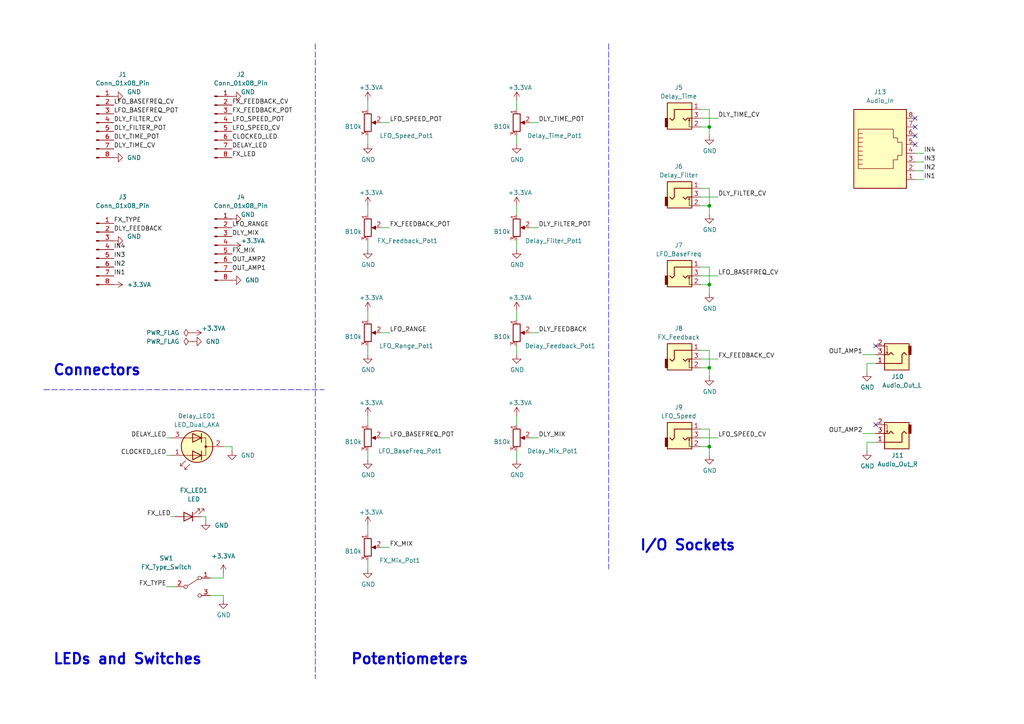
<source format=kicad_sch>
(kicad_sch (version 20230121) (generator eeschema)
  (paper "A4")
  (title_block (title "QuadMod Controls") (date "2024-02-01") (rev "1.0") (company "Mountjoy Modular"))
  (lib_symbols
    (symbol "Connector:Conn_01x08_Pin" (pin_names (offset 1.016) hide)
      (property "Reference" "J" (at 0 10.16 0))
      (property "Value" "Conn_01x08_Pin" (at 0 -12.7 0))
      (symbol "Conn_01x08_Pin_1_1"
        (polyline (pts (xy 1.27 -10.16) (xy 0.8636 -10.16)) (stroke (width 0.1524)))
        (polyline (pts (xy 1.27 -7.62) (xy 0.8636 -7.62)) (stroke (width 0.1524)))
        (polyline (pts (xy 1.27 -5.08) (xy 0.8636 -5.08)) (stroke (width 0.1524)))
        (polyline (pts (xy 1.27 -2.54) (xy 0.8636 -2.54)) (stroke (width 0.1524)))
        (polyline (pts (xy 1.27 0) (xy 0.8636 0)) (stroke (width 0.1524)))
        (polyline (pts (xy 1.27 2.54) (xy 0.8636 2.54)) (stroke (width 0.1524)))
        (polyline (pts (xy 1.27 5.08) (xy 0.8636 5.08)) (stroke (width 0.1524)))
        (polyline (pts (xy 1.27 7.62) (xy 0.8636 7.62)) (stroke (width 0.1524)))
        (rectangle (start 0.8636 -10.033) (end 0 -10.287) (stroke (width 0.1524)) (fill (type outline)))
        (rectangle (start 0.8636 -7.493) (end 0 -7.747) (stroke (width 0.1524)) (fill (type outline)))
        (rectangle (start 0.8636 -4.953) (end 0 -5.207) (stroke (width 0.1524)) (fill (type outline)))
        (rectangle (start 0.8636 -2.413) (end 0 -2.667) (stroke (width 0.1524)) (fill (type outline)))
        (rectangle (start 0.8636 0.127) (end 0 -0.127) (stroke (width 0.1524)) (fill (type outline)))
        (rectangle (start 0.8636 2.667) (end 0 2.413) (stroke (width 0.1524)) (fill (type outline)))
        (rectangle (start 0.8636 5.207) (end 0 4.953) (stroke (width 0.1524)) (fill (type outline)))
        (rectangle (start 0.8636 7.747) (end 0 7.493) (stroke (width 0.1524)) (fill (type outline)))
        (pin passive line (at 5.08 7.62 180) (length 3.81) (name "Pin_1") (number "1"))
        (pin passive line (at 5.08 5.08 180) (length 3.81) (name "Pin_2") (number "2"))
        (pin passive line (at 5.08 2.54 180) (length 3.81) (name "Pin_3") (number "3"))
        (pin passive line (at 5.08 0 180) (length 3.81) (name "Pin_4") (number "4"))
        (pin passive line (at 5.08 -2.54 180) (length 3.81) (name "Pin_5") (number "5"))
        (pin passive line (at 5.08 -5.08 180) (length 3.81) (name "Pin_6") (number "6"))
        (pin passive line (at 5.08 -7.62 180) (length 3.81) (name "Pin_7") (number "7"))
        (pin passive line (at 5.08 -10.16 180) (length 3.81) (name "Pin_8") (number "8"))
      )
    )
    (symbol "Connector:RJ45" (pin_names (offset 1.016))
      (property "Reference" "J" (at -5.08 13.97 0))
      (property "Value" "RJ45" (at 2.54 13.97 0))
      (symbol "RJ45_0_1"
        (polyline (pts (xy -5.08 4.445) (xy -6.35 4.445)))
        (polyline (pts (xy -5.08 5.715) (xy -6.35 5.715)))
        (polyline (pts (xy -6.35 -3.175) (xy -5.08 -3.175) (xy -5.08 -3.175)))
        (polyline (pts (xy -6.35 -1.905) (xy -5.08 -1.905) (xy -5.08 -1.905)))
        (polyline (pts (xy -6.35 -0.635) (xy -5.08 -0.635) (xy -5.08 -0.635)))
        (polyline (pts (xy -6.35 0.635) (xy -5.08 0.635) (xy -5.08 0.635)))
        (polyline (pts (xy -6.35 1.905) (xy -5.08 1.905) (xy -5.08 1.905)))
        (polyline (pts (xy -5.08 3.175) (xy -6.35 3.175) (xy -6.35 3.175)))
        (polyline (pts (xy -6.35 -4.445) (xy -6.35 6.985) (xy 3.81 6.985) (xy 3.81 4.445) (xy 5.08 4.445) (xy 5.08 3.175) (xy 6.35 3.175) (xy 6.35 -0.635) (xy 5.08 -0.635) (xy 5.08 -1.905) (xy 3.81 -1.905) (xy 3.81 -4.445) (xy -6.35 -4.445) (xy -6.35 -4.445)))
        (rectangle (start 7.62 12.7) (end -7.62 -10.16) (stroke (width 0.254)) (fill (type background)))
      )
      (symbol "RJ45_1_1"
        (pin passive line (at 10.16 -7.62 180) (length 2.54) (name "~") (number "1"))
        (pin passive line (at 10.16 -5.08 180) (length 2.54) (name "~") (number "2"))
        (pin passive line (at 10.16 -2.54 180) (length 2.54) (name "~") (number "3"))
        (pin passive line (at 10.16 0 180) (length 2.54) (name "~") (number "4"))
        (pin passive line (at 10.16 2.54 180) (length 2.54) (name "~") (number "5"))
        (pin passive line (at 10.16 5.08 180) (length 2.54) (name "~") (number "6"))
        (pin passive line (at 10.16 7.62 180) (length 2.54) (name "~") (number "7"))
        (pin passive line (at 10.16 10.16 180) (length 2.54) (name "~") (number "8"))
      )
    )
    (symbol "Device:LED" (pin_numbers hide) (pin_names (offset 1.016) hide)
      (property "Reference" "D" (at 0 2.54 0))
      (property "Value" "LED" (at 0 -2.54 0))
      (symbol "LED_0_1"
        (polyline (pts (xy -1.27 -1.27) (xy -1.27 1.27)) (stroke (width 0.254)))
        (polyline (pts (xy -1.27 0) (xy 1.27 0)))
        (polyline (pts (xy 1.27 -1.27) (xy 1.27 1.27) (xy -1.27 0) (xy 1.27 -1.27)) (stroke (width 0.254)))
        (polyline (pts (xy -3.048 -0.762) (xy -4.572 -2.286) (xy -3.81 -2.286) (xy -4.572 -2.286) (xy -4.572 -1.524)))
        (polyline (pts (xy -1.778 -0.762) (xy -3.302 -2.286) (xy -2.54 -2.286) (xy -3.302 -2.286) (xy -3.302 -1.524)))
      )
      (symbol "LED_1_1"
        (pin passive line (at -3.81 0 0) (length 2.54) (name "K") (number "1"))
        (pin passive line (at 3.81 0 180) (length 2.54) (name "A") (number "2"))
      )
    )
    (symbol "Device:LED_Dual_AKA" (pin_names (offset 0) hide)
      (property "Reference" "D" (at 0 5.715 0))
      (property "Value" "LED_Dual_AKA" (at 0 -6.35 0))
      (symbol "LED_Dual_AKA_0_1"
        (circle (center -2.54 0) (radius 0.2794) (fill (type outline)))
        (polyline (pts (xy -4.572 0) (xy -2.54 0)))
        (polyline (pts (xy -1.27 -1.27) (xy -1.27 -3.81)) (stroke (width 0.254)))
        (polyline (pts (xy -1.27 1.27) (xy -1.27 3.81)) (stroke (width 0.254)))
        (polyline (pts (xy 3.81 -2.54) (xy 1.905 -2.54)))
        (polyline (pts (xy 3.81 2.54) (xy 1.905 2.54)))
        (polyline (pts (xy 1.27 -3.81) (xy 1.27 -1.27) (xy -1.27 -2.54) (xy 1.27 -3.81)) (stroke (width 0.254)))
        (polyline (pts (xy 1.27 1.27) (xy 1.27 3.81) (xy -1.27 2.54) (xy 1.27 1.27)) (stroke (width 0.254)))
        (polyline (pts (xy 2.032 2.54) (xy -2.54 2.54) (xy -2.54 -2.54) (xy 2.032 -2.54)))
        (polyline (pts (xy 2.032 5.08) (xy 3.556 6.604) (xy 2.794 6.604) (xy 3.556 6.604) (xy 3.556 5.842)))
        (polyline (pts (xy 3.302 4.064) (xy 4.826 5.588) (xy 4.064 5.588) (xy 4.826 5.588) (xy 4.826 4.826)))
        (circle (center 0 0) (radius 4.572) (stroke (width 0.254)) (fill (type background)))
      )
      (symbol "LED_Dual_AKA_1_1"
        (pin input line (at 7.62 2.54 180) (length 3.81) (name "A1") (number "1"))
        (pin input line (at -7.62 0 0) (length 3.048) (name "K") (number "2"))
        (pin input line (at 7.62 -2.54 180) (length 3.81) (name "A2") (number "3"))
      )
    )
    (symbol "Encoder:R_POT" (pin_names (offset 1.016) hide)
      (property "Reference" "RV" (at -4.445 0 90))
      (property "Value" "R_POT" (at -2.54 0 90))
      (symbol "R_POT_0_1"
        (polyline (pts (xy 2.54 0) (xy 1.524 0)))
        (polyline (pts (xy 1.143 0) (xy 2.286 0.508) (xy 2.286 -0.508) (xy 1.143 0)) (fill (type outline)))
        (rectangle (start 1.016 2.54) (end -1.016 -2.54) (stroke (width 0.254)))
      )
      (symbol "R_POT_1_1"
        (pin passive line (at 0 3.81 270) (length 1.27) (name "1") (number "1"))
        (pin passive line (at 3.81 0 180) (length 1.27) (name "2") (number "2"))
        (pin passive line (at 0 -3.81 90) (length 1.27) (name "3") (number "3"))
      )
    )
    (symbol "Switch:SW_SPDT" (pin_names (offset 0) hide)
      (property "Reference" "SW" (at 0 4.318 0))
      (property "Value" "SW_SPDT" (at 0 -5.08 0))
      (symbol "SW_SPDT_0_0"
        (circle (center -2.032 0) (radius 0.508))
        (circle (center 2.032 -2.54) (radius 0.508))
      )
      (symbol "SW_SPDT_0_1"
        (polyline (pts (xy -1.524 0.254) (xy 1.651 2.286)))
        (circle (center 2.032 2.54) (radius 0.508))
      )
      (symbol "SW_SPDT_1_1"
        (pin passive line (at 5.08 2.54 180) (length 2.54) (name "A") (number "1"))
        (pin passive line (at -5.08 0 0) (length 2.54) (name "B") (number "2"))
        (pin passive line (at 5.08 -2.54 180) (length 2.54) (name "C") (number "3"))
      )
    )
    (symbol "power:+3.3VA" (power) (pin_names (offset 0))
      (property "Value" "+3.3VA" (at 0 3.556 0))
      (symbol "+3.3VA_0_1"
        (polyline (pts (xy -0.762 1.27) (xy 0 2.54)))
        (polyline (pts (xy 0 0) (xy 0 2.54)))
        (polyline (pts (xy 0 2.54) (xy 0.762 1.27)))
      )
      (symbol "+3.3VA_1_1"
        (pin power_in line (at 0 0 90) (length 0) hide (name "+3.3VA") (number "1"))
      )
    )
    (symbol "power:GND" (power) (pin_names (offset 0))
      (property "Value" "GND" (at 0 -3.81 0))
      (symbol "GND_0_1"
        (polyline (pts (xy 0 0) (xy 0 -1.27) (xy 1.27 -1.27) (xy 0 -2.54) (xy -1.27 -1.27) (xy 0 -1.27)))
      )
      (symbol "GND_1_1"
        (pin power_in line (at 0 0 270) (length 0) hide (name "GND") (number "1"))
      )
    )
    (symbol "power:PWR_FLAG" (power) (pin_numbers hide) (pin_names (offset 0) hide)
      (property "Value" "PWR_FLAG" (at 0 3.81 0))
      (symbol "PWR_FLAG_0_0"
        (pin power_out line (at 0 0 90) (length 0) (name "pwr") (number "1"))
      )
      (symbol "PWR_FLAG_0_1"
        (polyline (pts (xy 0 0) (xy 0 1.27) (xy -1.016 1.905) (xy 0 2.54) (xy 1.016 1.905) (xy 0 1.27)))
      )
    )
    (symbol "thonkiconn:AudioJack2_Ground_Switch" (pin_names (offset 1.016))
      (property "Reference" "J" (at 0 8.89 0))
      (property "Value" "AudioJack2_Ground_Switch" (at 0 6.35 0))
      (symbol "AudioJack2_Ground_Switch_0_1"
        (rectangle (start -4.445 -2.54) (end -5.207 0) (fill (type outline)))
        (polyline (pts (xy 1.778 -0.254) (xy 2.032 -0.762)))
        (polyline (pts (xy 0 0) (xy 0.635 -0.635) (xy 1.27 0) (xy 2.54 0)) (stroke (width 0.254)))
        (polyline (pts (xy 2.54 -2.54) (xy 1.778 -2.54) (xy 1.778 -0.254) (xy 1.524 -0.762)))
        (polyline (pts (xy 2.54 2.54) (xy -2.54 2.54) (xy -2.54 0) (xy -3.175 -0.635) (xy -3.81 0)) (stroke (width 0.254)))
        (rectangle (start 2.54 -3.175) (end -4.572 4.445) (stroke (width 0.254)) (fill (type background)))
      )
      (symbol "AudioJack2_Ground_Switch_1_1"
        (pin passive line (at 5.08 2.54 180) (length 2.54) (name "~") (number "1"))
        (pin passive line (at 5.08 -2.54 180) (length 2.54) (name "~") (number "2"))
        (pin passive line (at 5.08 0 180) (length 2.54) (name "~") (number "3"))
      )
    )
  )
  (junction (at 205.74 36.83))
  (junction (at 205.74 59.69))
  (junction (at 205.74 129.54))
  (junction (at 205.74 82.55))
  (junction (at 205.74 106.68))
  (no_connect (at 265.43 39.37))
  (no_connect (at 265.43 36.83))
  (no_connect (at 254 123.19))
  (no_connect (at 265.43 41.91))
  (no_connect (at 254 100.33))
  (no_connect (at 265.43 34.29))
  (wire (pts (xy 48.26 127) (xy 49.53 127)))
  (wire (pts (xy 203.2 106.68) (xy 205.74 106.68)))
  (wire (pts (xy 203.2 31.75) (xy 205.74 31.75)))
  (wire (pts (xy 205.74 54.61) (xy 205.74 59.69)))
  (wire (pts (xy 49.53 149.86) (xy 50.8 149.86)))
  (wire (pts (xy 149.86 130.81) (xy 149.86 133.35)))
  (wire (pts (xy 106.68 29.21) (xy 106.68 31.75)))
  (polyline (pts (xy 176.53 12.7) (xy 176.53 165.1)) (stroke (width 0) (type dash)))
  (wire (pts (xy 267.97 46.99) (xy 265.43 46.99)))
  (wire (pts (xy 50.8 170.18) (xy 48.26 170.18)))
  (wire (pts (xy 254 128.27) (xy 251.46 128.27)))
  (wire (pts (xy 106.68 39.37) (xy 106.68 41.91)))
  (wire (pts (xy 67.31 129.54) (xy 67.31 130.81)))
  (wire (pts (xy 203.2 77.47) (xy 205.74 77.47)))
  (wire (pts (xy 58.42 149.86) (xy 59.69 149.86)))
  (wire (pts (xy 153.67 66.04) (xy 156.21 66.04)))
  (wire (pts (xy 149.86 69.85) (xy 149.86 72.39)))
  (wire (pts (xy 153.67 96.52) (xy 156.21 96.52)))
  (wire (pts (xy 153.67 35.56) (xy 156.21 35.56)))
  (wire (pts (xy 149.86 39.37) (xy 149.86 41.91)))
  (polyline (pts (xy 12.7 113.03) (xy 93.98 113.03)) (stroke (width 0) (type dash)))
  (wire (pts (xy 110.49 158.75) (xy 113.03 158.75)))
  (wire (pts (xy 110.49 66.04) (xy 113.03 66.04)))
  (wire (pts (xy 203.2 57.15) (xy 208.28 57.15)))
  (wire (pts (xy 203.2 101.6) (xy 205.74 101.6)))
  (wire (pts (xy 203.2 127) (xy 208.28 127)))
  (wire (pts (xy 64.77 172.72) (xy 64.77 173.99)))
  (wire (pts (xy 149.86 90.17) (xy 149.86 92.71)))
  (wire (pts (xy 149.86 29.21) (xy 149.86 31.75)))
  (wire (pts (xy 106.68 130.81) (xy 106.68 133.35)))
  (polyline (pts (xy 91.44 12.7) (xy 91.44 196.85)) (stroke (width 0) (type dash)))
  (wire (pts (xy 203.2 129.54) (xy 205.74 129.54)))
  (wire (pts (xy 59.69 149.86) (xy 59.69 151.13)))
  (wire (pts (xy 110.49 127) (xy 113.03 127)))
  (wire (pts (xy 106.68 162.56) (xy 106.68 165.1)))
  (wire (pts (xy 149.86 100.33) (xy 149.86 102.87)))
  (wire (pts (xy 60.96 167.64) (xy 64.77 167.64)))
  (wire (pts (xy 203.2 36.83) (xy 205.74 36.83)))
  (wire (pts (xy 254 105.41) (xy 251.46 105.41)))
  (wire (pts (xy 64.77 166.37) (xy 64.77 167.64)))
  (wire (pts (xy 60.96 172.72) (xy 64.77 172.72)))
  (wire (pts (xy 205.74 36.83) (xy 205.74 39.37)))
  (wire (pts (xy 205.74 124.46) (xy 205.74 129.54)))
  (wire (pts (xy 251.46 105.41) (xy 251.46 107.95)))
  (wire (pts (xy 251.46 128.27) (xy 251.46 130.81)))
  (wire (pts (xy 106.68 69.85) (xy 106.68 72.39)))
  (wire (pts (xy 254 125.73) (xy 250.19 125.73)))
  (wire (pts (xy 205.74 82.55) (xy 205.74 85.09)))
  (wire (pts (xy 106.68 152.4) (xy 106.68 154.94)))
  (wire (pts (xy 149.86 120.65) (xy 149.86 123.19)))
  (wire (pts (xy 64.77 129.54) (xy 67.31 129.54)))
  (wire (pts (xy 149.86 59.69) (xy 149.86 62.23)))
  (wire (pts (xy 203.2 59.69) (xy 205.74 59.69)))
  (wire (pts (xy 205.74 106.68) (xy 205.74 109.22)))
  (wire (pts (xy 205.74 101.6) (xy 205.74 106.68)))
  (wire (pts (xy 203.2 124.46) (xy 205.74 124.46)))
  (wire (pts (xy 205.74 59.69) (xy 205.74 62.23)))
  (wire (pts (xy 267.97 52.07) (xy 265.43 52.07)))
  (wire (pts (xy 48.26 132.08) (xy 49.53 132.08)))
  (wire (pts (xy 205.74 31.75) (xy 205.74 36.83)))
  (wire (pts (xy 267.97 44.45) (xy 265.43 44.45)))
  (wire (pts (xy 254 102.87) (xy 250.19 102.87)))
  (wire (pts (xy 106.68 100.33) (xy 106.68 102.87)))
  (wire (pts (xy 106.68 59.69) (xy 106.68 62.23)))
  (wire (pts (xy 110.49 35.56) (xy 113.03 35.56)))
  (wire (pts (xy 110.49 96.52) (xy 113.03 96.52)))
  (wire (pts (xy 203.2 54.61) (xy 205.74 54.61)))
  (wire (pts (xy 203.2 82.55) (xy 205.74 82.55)))
  (wire (pts (xy 205.74 77.47) (xy 205.74 82.55)))
  (wire (pts (xy 205.74 129.54) (xy 205.74 132.08)))
  (wire (pts (xy 203.2 104.14) (xy 208.28 104.14)))
  (wire (pts (xy 267.97 49.53) (xy 265.43 49.53)))
  (wire (pts (xy 203.2 34.29) (xy 208.28 34.29)))
  (wire (pts (xy 203.2 80.01) (xy 208.28 80.01)))
  (wire (pts (xy 106.68 120.65) (xy 106.68 123.19)))
  (wire (pts (xy 153.67 127) (xy 156.21 127)))
  (wire (pts (xy 106.68 90.17) (xy 106.68 92.71)))
  (text "LEDs and Switches" (at 15.24 193.04 0) (effects (font (size 3 3) (thickness 0.6) bold) (justify left bottom)))
  (text "I/O Sockets" (at 185.42 160.02 0) (effects (font (size 3 3) (thickness 0.6) bold) (justify left bottom)))
  (text "Connectors" (at 15.24 109.22 0) (effects (font (size 3 3) (thickness 0.6) bold) (justify left bottom)))
  (text "Potentiometers" (at 101.6 193.04 0) (effects (font (size 3 3) (thickness 0.6) bold) (justify left bottom)))
  (label "LFO_BASEFREQ_CV" (at 208.28 80.01 0))
  (label "DELAY_LED" (at 48.26 127 180))
  (label "CLOCKED_LED" (at 48.26 132.08 180))
  (label "DLY_MIX" (at 67.31 68.58 0))
  (label "LFO_SPEED_POT" (at 67.31 35.56 0))
  (label "IN4" (at 33.02 72.39 0))
  (label "IN1" (at 33.02 80.01 0))
  (label "FX_MIX" (at 67.31 73.66 0))
  (label "OUT_AMP2" (at 67.31 76.2 0))
  (label "FX_FEEDBACK_POT" (at 113.03 66.04 0))
  (label "OUT_AMP1" (at 250.19 102.87 180))
  (label "IN1" (at 267.97 52.07 0))
  (label "FX_LED" (at 67.31 45.72 0))
  (label "FX_TYPE" (at 33.02 64.77 0))
  (label "FX_FEEDBACK_CV" (at 208.28 104.14 0))
  (label "LFO_SPEED_CV" (at 208.28 127 0))
  (label "FX_TYPE" (at 48.26 170.18 180))
  (label "FX_MIX" (at 113.03 158.75 0))
  (label "LFO_SPEED_POT" (at 113.03 35.56 0))
  (label "IN3" (at 267.97 46.99 0))
  (label "OUT_AMP2" (at 250.19 125.73 180))
  (label "DLY_TIME_CV" (at 33.02 43.18 0))
  (label "FX_LED" (at 49.53 149.86 180))
  (label "DLY_TIME_POT" (at 156.21 35.56 0))
  (label "LFO_BASEFREQ_POT" (at 33.02 33.02 0))
  (label "IN4" (at 267.97 44.45 0))
  (label "FX_FEEDBACK_POT" (at 67.31 33.02 0))
  (label "DLY_FILTER_POT" (at 33.02 38.1 0))
  (label "DELAY_LED" (at 67.31 43.18 0))
  (label "IN2" (at 267.97 49.53 0))
  (label "CLOCKED_LED" (at 67.31 40.64 0))
  (label "DLY_FILTER_CV" (at 208.28 57.15 0))
  (label "DLY_FILTER_POT" (at 156.21 66.04 0))
  (label "FX_FEEDBACK_CV" (at 67.31 30.48 0))
  (label "OUT_AMP1" (at 67.31 78.74 0))
  (label "DLY_FEEDBACK" (at 33.02 67.31 0))
  (label "DLY_TIME_POT" (at 33.02 40.64 0))
  (label "DLY_FILTER_CV" (at 33.02 35.56 0))
  (label "LFO_SPEED_CV" (at 67.31 38.1 0))
  (label "IN2" (at 33.02 77.47 0))
  (label "DLY_TIME_CV" (at 208.28 34.29 0))
  (label "DLY_FEEDBACK" (at 156.21 96.52 0))
  (label "IN3" (at 33.02 74.93 0))
  (label "LFO_RANGE" (at 113.03 96.52 0))
  (label "DLY_MIX" (at 156.21 127 0))
  (label "LFO_RANGE" (at 67.31 66.04 0))
  (label "LFO_BASEFREQ_POT" (at 113.03 127 0))
  (label "LFO_BASEFREQ_CV" (at 33.02 30.48 0))
  (symbol (lib_id "thonkiconn:AudioJack2_Ground_Switch") (at 198.12 57.15 0) (unit 1)
    (property "Reference" "J6" (at 196.85 48.26 0))
    (property "Value" "Delay_Filter" (at 196.85 50.8 0))
    (property "Footprint" "Custom_Footprints:THONKICONN_hole" (effects hide))
  )
  (symbol (lib_id "Encoder:R_POT") (at 149.86 66.04 0) (unit 1)
    (property "Reference" "Delay_Filter_Pot1" (at 168.91 69.85 0) (effects (justify right)))
    (property "Value" "B10k" (at 148.1074 67.183 0) (effects (justify right)))
    (property "Footprint" "Custom_Footprints:Alpha_9mm_Potentiometer_Aligned" (effects hide))
  )
  (symbol (lib_id "power:GND") (at 59.69 151.13 0) (mirror y) (unit 1)
    (property "Reference" "#PWR027" (effects hide))
    (property "Value" "GND" (at 62.23 152.3999 0) (effects (justify right)))
  )
  (symbol (lib_id "power:GND") (at 149.86 41.91 0) (unit 1)
    (property "Reference" "#PWR09" (effects hide))
    (property "Value" "GND" (at 149.987 46.3042 0))
  )
  (symbol (lib_id "Encoder:R_POT") (at 149.86 96.52 0) (unit 1)
    (property "Reference" "Delay_Feedback_Pot1" (at 172.72 100.33 0) (effects (justify right)))
    (property "Value" "B10k" (at 148.1074 97.663 0) (effects (justify right)))
    (property "Footprint" "Custom_Footprints:Alpha_9mm_Potentiometer_Aligned" (effects hide))
  )
  (symbol (lib_id "Connector:Conn_01x08_Pin") (at 62.23 35.56 0) (unit 1)
    (property "Reference" "J2" (at 69.85 21.59 0))
    (property "Value" "Conn_01x08_Pin" (at 69.85 24.13 0))
    (property "Footprint" "Connector_PinSocket_2.54mm:PinSocket_1x08_P2.54mm_Vertical" (effects hide))
  )
  (symbol (lib_id "power:+3.3VA") (at 149.86 29.21 0) (unit 1)
    (property "Reference" "#PWR08" (effects hide))
    (property "Value" "+3.3VA" (at 147.32 25.4 0) (effects (justify left)))
  )
  (symbol (lib_id "Encoder:R_POT") (at 106.68 158.75 0) (unit 1)
    (property "Reference" "FX_Mix_Pot1" (at 121.92 162.56 0) (effects (justify right)))
    (property "Value" "B10k" (at 104.9274 159.893 0) (effects (justify right)))
    (property "Footprint" "Custom_Footprints:Alpha_9mm_Potentiometer_Aligned" (effects hide))
  )
  (symbol (lib_id "power:GND") (at 106.68 41.91 0) (unit 1)
    (property "Reference" "#PWR015" (effects hide))
    (property "Value" "GND" (at 106.807 46.3042 0))
  )
  (symbol (lib_id "Encoder:R_POT") (at 149.86 127 0) (unit 1)
    (property "Reference" "Delay_Mix_Pot1" (at 167.64 130.81 0) (effects (justify right)))
    (property "Value" "B10k" (at 148.1074 128.143 0) (effects (justify right)))
    (property "Footprint" "Custom_Footprints:Alpha_9mm_Potentiometer_Aligned" (effects hide))
  )
  (symbol (lib_id "power:+3.3VA") (at 106.68 90.17 0) (unit 1)
    (property "Reference" "#PWR028" (effects hide))
    (property "Value" "+3.3VA" (at 104.14 86.36 0) (effects (justify left)))
  )
  (symbol (lib_id "power:GND") (at 67.31 81.28 90) (unit 1)
    (property "Reference" "#PWR07" (effects hide))
    (property "Value" "GND" (at 71.12 81.28 90) (effects (justify right)))
  )
  (symbol (lib_id "Device:LED_Dual_AKA") (at 57.15 129.54 180) (unit 1)
    (property "Reference" "Delay_LED1" (at 57.0865 120.65 0))
    (property "Value" "LED_Dual_AKA" (at 57.0865 123.19 0))
    (property "Footprint" "Custom_Footprints:LED_D3.0mm-3" (effects hide))
  )
  (symbol (lib_id "power:GND") (at 149.86 102.87 0) (unit 1)
    (property "Reference" "#PWR037" (effects hide))
    (property "Value" "GND" (at 149.987 107.2642 0))
  )
  (symbol (lib_id "power:+3.3VA") (at 149.86 59.69 0) (unit 1)
    (property "Reference" "#PWR010" (effects hide))
    (property "Value" "+3.3VA" (at 147.32 55.88 0) (effects (justify left)))
  )
  (symbol (lib_id "power:+3.3VA") (at 64.77 166.37 0) (unit 1)
    (property "Reference" "#PWR031" (effects hide))
    (property "Value" "+3.3VA" (at 64.77 161.29 0))
  )
  (symbol (lib_id "Encoder:R_POT") (at 106.68 66.04 0) (unit 1)
    (property "Reference" "FX_Feedback_Pot1" (at 127 69.85 0) (effects (justify right)))
    (property "Value" "B10k" (at 104.9274 67.183 0) (effects (justify right)))
    (property "Footprint" "Custom_Footprints:Alpha_9mm_Potentiometer_Aligned" (effects hide))
  )
  (symbol (lib_id "power:GND") (at 149.86 72.39 0) (unit 1)
    (property "Reference" "#PWR011" (effects hide))
    (property "Value" "GND" (at 149.987 76.7842 0))
  )
  (symbol (lib_id "thonkiconn:AudioJack2_Ground_Switch") (at 259.08 102.87 180) (unit 1)
    (property "Reference" "J10" (at 260.35 109.22 0))
    (property "Value" "Audio_Out_L" (at 261.62 111.76 0))
    (property "Footprint" "Custom_Footprints:THONKICONN_hole" (effects hide))
  )
  (symbol (lib_id "power:GND") (at 251.46 130.81 0) (unit 1)
    (property "Reference" "#PWR024" (effects hide))
    (property "Value" "GND" (at 251.587 135.2042 0))
  )
  (symbol (lib_id "power:+3.3VA") (at 106.68 29.21 0) (unit 1)
    (property "Reference" "#PWR014" (effects hide))
    (property "Value" "+3.3VA" (at 104.14 25.4 0) (effects (justify left)))
  )
  (symbol (lib_id "power:+3.3VA") (at 33.02 82.55 270) (unit 1)
    (property "Reference" "#PWR02" (effects hide))
    (property "Value" "+3.3VA" (at 36.83 82.55 90) (effects (justify left)))
  )
  (symbol (lib_id "power:+3.3VA") (at 67.31 71.12 270) (unit 1)
    (property "Reference" "#PWR06" (effects hide))
    (property "Value" "+3.3VA" (at 69.85 69.85 90) (effects (justify left)))
  )
  (symbol (lib_id "power:GND") (at 33.02 27.94 90) (unit 1)
    (property "Reference" "#PWR039" (effects hide))
    (property "Value" "GND" (at 36.83 26.67 90) (effects (justify right)))
  )
  (symbol (lib_id "power:GND") (at 106.68 133.35 0) (unit 1)
    (property "Reference" "#PWR013" (effects hide))
    (property "Value" "GND" (at 106.807 137.7442 0))
  )
  (symbol (lib_id "thonkiconn:AudioJack2_Ground_Switch") (at 259.08 125.73 180) (unit 1)
    (property "Reference" "J11" (at 260.35 132.08 0))
    (property "Value" "Audio_Out_R" (at 260.35 134.62 0))
    (property "Footprint" "Custom_Footprints:THONKICONN_hole" (effects hide))
  )
  (symbol (lib_id "Encoder:R_POT") (at 106.68 35.56 0) (unit 1)
    (property "Reference" "LFO_Speed_Pot1" (at 125.73 39.37 0) (effects (justify right)))
    (property "Value" "B10k" (at 104.9274 36.703 0) (effects (justify right)))
    (property "Footprint" "Custom_Footprints:Alpha_9mm_Potentiometer_Aligned" (effects hide))
  )
  (symbol (lib_id "power:GND") (at 205.74 85.09 0) (unit 1)
    (property "Reference" "#PWR020" (effects hide))
    (property "Value" "GND" (at 205.867 89.4842 0))
  )
  (symbol (lib_id "Connector:Conn_01x08_Pin") (at 62.23 71.12 0) (unit 1)
    (property "Reference" "J4" (at 69.85 57.15 0))
    (property "Value" "Conn_01x08_Pin" (at 69.85 59.69 0))
    (property "Footprint" "Connector_PinSocket_2.54mm:PinSocket_1x08_P2.54mm_Vertical" (effects hide))
  )
  (symbol (lib_id "power:GND") (at 106.68 165.1 0) (unit 1)
    (property "Reference" "#PWR035" (effects hide))
    (property "Value" "GND" (at 106.807 169.4942 0))
  )
  (symbol (lib_id "thonkiconn:AudioJack2_Ground_Switch") (at 198.12 104.14 0) (unit 1)
    (property "Reference" "J8" (at 196.85 95.25 0))
    (property "Value" "FX_Feedback" (at 196.85 97.79 0))
    (property "Footprint" "Custom_Footprints:THONKICONN_hole" (effects hide))
  )
  (symbol (lib_id "power:PWR_FLAG") (at 55.88 99.06 90) (unit 1)
    (property "Reference" "#FLG01" (effects hide))
    (property "Value" "PWR_FLAG" (at 52.07 99.06 90) (effects (justify left)))
  )
  (symbol (lib_id "power:+3.3VA") (at 106.68 120.65 0) (unit 1)
    (property "Reference" "#PWR012" (effects hide))
    (property "Value" "+3.3VA" (at 104.14 116.84 0) (effects (justify left)))
  )
  (symbol (lib_id "power:PWR_FLAG") (at 55.88 96.52 90) (unit 1)
    (property "Reference" "#FLG02" (effects hide))
    (property "Value" "PWR_FLAG" (at 52.07 96.52 90) (effects (justify left)))
  )
  (symbol (lib_id "Connector:RJ45") (at 255.27 44.45 0) (unit 1)
    (property "Reference" "J13" (at 255.27 26.67 0))
    (property "Value" "Audio_In" (at 255.27 29.21 0))
    (property "Footprint" "Custom_Footprints:RJ45_Molex_42878-8506" (effects hide))
  )
  (symbol (lib_id "power:GND") (at 251.46 107.95 0) (unit 1)
    (property "Reference" "#PWR023" (effects hide))
    (property "Value" "GND" (at 251.587 112.3442 0))
  )
  (symbol (lib_id "power:GND") (at 33.02 45.72 90) (unit 1)
    (property "Reference" "#PWR01" (effects hide))
    (property "Value" "GND" (at 36.83 45.72 90) (effects (justify right)))
  )
  (symbol (lib_id "Encoder:R_POT") (at 106.68 127 0) (unit 1)
    (property "Reference" "LFO_BaseFreq_Pot1" (at 128.27 130.81 0) (effects (justify right)))
    (property "Value" "B10k" (at 104.9274 128.143 0) (effects (justify right)))
    (property "Footprint" "Custom_Footprints:Alpha_9mm_Potentiometer_Aligned" (effects hide))
  )
  (symbol (lib_id "power:GND") (at 205.74 109.22 0) (unit 1)
    (property "Reference" "#PWR021" (effects hide))
    (property "Value" "GND" (at 205.867 113.6142 0))
  )
  (symbol (lib_id "power:GND") (at 55.88 99.06 90) (unit 1)
    (property "Reference" "#PWR025" (effects hide))
    (property "Value" "GND" (at 59.69 99.06 90) (effects (justify right)))
  )
  (symbol (lib_id "Connector:Conn_01x08_Pin") (at 27.94 35.56 0) (unit 1)
    (property "Reference" "J1" (at 35.56 21.59 0))
    (property "Value" "Conn_01x08_Pin" (at 35.56 24.13 0))
    (property "Footprint" "Connector_PinSocket_2.54mm:PinSocket_1x08_P2.54mm_Vertical" (effects hide))
  )
  (symbol (lib_id "Encoder:R_POT") (at 149.86 35.56 0) (unit 1)
    (property "Reference" "Delay_Time_Pot1" (at 168.91 39.37 0) (effects (justify right)))
    (property "Value" "B10k" (at 148.1074 36.703 0) (effects (justify right)))
    (property "Footprint" "Custom_Footprints:Alpha_9mm_Potentiometer_Aligned" (effects hide))
  )
  (symbol (lib_id "power:GND") (at 64.77 173.99 0) (unit 1)
    (property "Reference" "#PWR030" (effects hide))
    (property "Value" "GND" (at 64.897 178.3842 0))
  )
  (symbol (lib_id "thonkiconn:AudioJack2_Ground_Switch") (at 198.12 80.01 0) (unit 1)
    (property "Reference" "J7" (at 196.85 71.12 0))
    (property "Value" "LFO_BaseFreq" (at 196.85 73.66 0))
    (property "Footprint" "Custom_Footprints:THONKICONN_hole" (effects hide))
  )
  (symbol (lib_id "power:GND") (at 106.68 72.39 0) (unit 1)
    (property "Reference" "#PWR017" (effects hide))
    (property "Value" "GND" (at 106.807 76.7842 0))
  )
  (symbol (lib_id "Encoder:R_POT") (at 106.68 96.52 0) (unit 1)
    (property "Reference" "LFO_Range_Pot1" (at 125.73 100.33 0) (effects (justify right)))
    (property "Value" "B10k" (at 104.9274 97.663 0) (effects (justify right)))
    (property "Footprint" "Custom_Footprints:Alpha_9mm_Potentiometer_Aligned" (effects hide))
  )
  (symbol (lib_id "power:GND") (at 67.31 130.81 0) (mirror y) (unit 1)
    (property "Reference" "#PWR026" (effects hide))
    (property "Value" "GND" (at 69.85 132.0799 0) (effects (justify right)))
  )
  (symbol (lib_id "thonkiconn:AudioJack2_Ground_Switch") (at 198.12 127 0) (unit 1)
    (property "Reference" "J9" (at 196.85 118.11 0))
    (property "Value" "LFO_Speed" (at 196.85 120.65 0))
    (property "Footprint" "Custom_Footprints:THONKICONN_hole" (effects hide))
  )
  (symbol (lib_id "power:GND") (at 205.74 39.37 0) (unit 1)
    (property "Reference" "#PWR018" (effects hide))
    (property "Value" "GND" (at 205.867 43.7642 0))
  )
  (symbol (lib_id "power:GND") (at 33.02 69.85 90) (unit 1)
    (property "Reference" "#PWR03" (effects hide))
    (property "Value" "GND" (at 36.83 68.58 90) (effects (justify right)))
  )
  (symbol (lib_id "Connector:Conn_01x08_Pin") (at 27.94 72.39 0) (unit 1)
    (property "Reference" "J3" (at 35.56 57.15 0))
    (property "Value" "Conn_01x08_Pin" (at 35.56 59.69 0))
    (property "Footprint" "Connector_PinSocket_2.54mm:PinSocket_1x08_P2.54mm_Vertical" (effects hide))
  )
  (symbol (lib_id "power:+3.3VA") (at 149.86 120.65 0) (unit 1)
    (property "Reference" "#PWR032" (effects hide))
    (property "Value" "+3.3VA" (at 147.32 116.84 0) (effects (justify left)))
  )
  (symbol (lib_id "Switch:SW_SPDT") (at 55.88 170.18 0) (unit 1)
    (property "Reference" "SW1" (at 48.26 161.925 0))
    (property "Value" "FX_Type_Switch" (at 48.26 164.465 0))
    (property "Footprint" "Custom_Footprints:SPDT_Miniature" (effects hide))
  )
  (symbol (lib_id "power:GND") (at 67.31 63.5 90) (unit 1)
    (property "Reference" "#PWR040" (effects hide))
    (property "Value" "GND" (at 69.85 62.23 90) (effects (justify right)))
  )
  (symbol (lib_id "power:GND") (at 205.74 62.23 0) (unit 1)
    (property "Reference" "#PWR019" (effects hide))
    (property "Value" "GND" (at 205.867 66.6242 0))
  )
  (symbol (lib_id "power:+3.3VA") (at 106.68 59.69 0) (unit 1)
    (property "Reference" "#PWR016" (effects hide))
    (property "Value" "+3.3VA" (at 104.14 55.88 0) (effects (justify left)))
  )
  (symbol (lib_id "thonkiconn:AudioJack2_Ground_Switch") (at 198.12 34.29 0) (unit 1)
    (property "Reference" "J5" (at 196.85 25.4 0))
    (property "Value" "Delay_Time" (at 196.85 27.94 0))
    (property "Footprint" "Custom_Footprints:THONKICONN_hole" (effects hide))
  )
  (symbol (lib_id "power:GND") (at 106.68 102.87 0) (unit 1)
    (property "Reference" "#PWR029" (effects hide))
    (property "Value" "GND" (at 106.807 107.2642 0))
  )
  (symbol (lib_id "power:+3.3VA") (at 55.88 96.52 270) (unit 1)
    (property "Reference" "#PWR038" (effects hide))
    (property "Value" "+3.3VA" (at 58.42 95.25 90) (effects (justify left)))
  )
  (symbol (lib_id "power:+3.3VA") (at 106.68 152.4 0) (unit 1)
    (property "Reference" "#PWR034" (effects hide))
    (property "Value" "+3.3VA" (at 104.14 148.59 0) (effects (justify left)))
  )
  (symbol (lib_id "power:GND") (at 205.74 132.08 0) (unit 1)
    (property "Reference" "#PWR022" (effects hide))
    (property "Value" "GND" (at 205.867 136.4742 0))
  )
  (symbol (lib_id "power:GND") (at 67.31 27.94 90) (unit 1)
    (property "Reference" "#PWR05" (effects hide))
    (property "Value" "GND" (at 69.85 26.67 90) (effects (justify right)))
  )
  (symbol (lib_id "Device:LED") (at 54.61 149.86 180) (unit 1)
    (property "Reference" "FX_LED1" (at 56.1975 142.24 0))
    (property "Value" "LED" (at 56.1975 144.78 0))
    (property "Footprint" "Custom_Footprints:LED_D3.0mm" (effects hide))
  )
  (symbol (lib_id "power:+3.3VA") (at 149.86 90.17 0) (unit 1)
    (property "Reference" "#PWR036" (effects hide))
    (property "Value" "+3.3VA" (at 147.32 86.36 0) (effects (justify left)))
  )
  (symbol (lib_id "power:GND") (at 149.86 133.35 0) (unit 1)
    (property "Reference" "#PWR033" (effects hide))
    (property "Value" "GND" (at 149.987 137.7442 0))
  )
)
</source>
